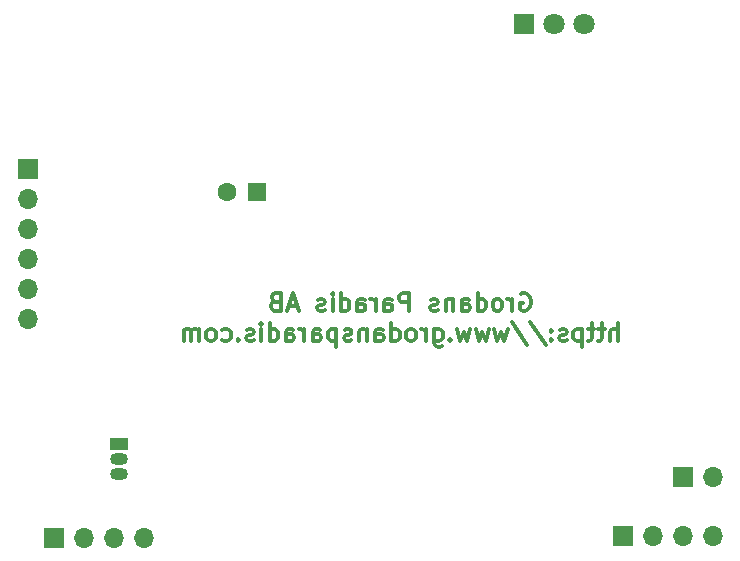
<source format=gbr>
%TF.GenerationSoftware,KiCad,Pcbnew,5.1.9+dfsg1-1*%
%TF.CreationDate,2021-05-25T15:38:03+02:00*%
%TF.ProjectId,vscp-din-wireless-esp8266,76736370-2d64-4696-9e2d-776972656c65,rev?*%
%TF.SameCoordinates,Original*%
%TF.FileFunction,Soldermask,Bot*%
%TF.FilePolarity,Negative*%
%FSLAX46Y46*%
G04 Gerber Fmt 4.6, Leading zero omitted, Abs format (unit mm)*
G04 Created by KiCad (PCBNEW 5.1.9+dfsg1-1) date 2021-05-25 15:38:03*
%MOMM*%
%LPD*%
G01*
G04 APERTURE LIST*
%ADD10C,0.300000*%
%ADD11R,1.500000X1.050000*%
%ADD12O,1.500000X1.050000*%
%ADD13O,1.700000X1.700000*%
%ADD14R,1.700000X1.700000*%
%ADD15C,1.800000*%
%ADD16R,1.800000X1.800000*%
%ADD17C,1.600000*%
%ADD18R,1.600000X1.600000*%
G04 APERTURE END LIST*
D10*
X159748857Y-76969000D02*
X159891714Y-76897571D01*
X160106000Y-76897571D01*
X160320285Y-76969000D01*
X160463142Y-77111857D01*
X160534571Y-77254714D01*
X160606000Y-77540428D01*
X160606000Y-77754714D01*
X160534571Y-78040428D01*
X160463142Y-78183285D01*
X160320285Y-78326142D01*
X160106000Y-78397571D01*
X159963142Y-78397571D01*
X159748857Y-78326142D01*
X159677428Y-78254714D01*
X159677428Y-77754714D01*
X159963142Y-77754714D01*
X159034571Y-78397571D02*
X159034571Y-77397571D01*
X159034571Y-77683285D02*
X158963142Y-77540428D01*
X158891714Y-77469000D01*
X158748857Y-77397571D01*
X158606000Y-77397571D01*
X157891714Y-78397571D02*
X158034571Y-78326142D01*
X158106000Y-78254714D01*
X158177428Y-78111857D01*
X158177428Y-77683285D01*
X158106000Y-77540428D01*
X158034571Y-77469000D01*
X157891714Y-77397571D01*
X157677428Y-77397571D01*
X157534571Y-77469000D01*
X157463142Y-77540428D01*
X157391714Y-77683285D01*
X157391714Y-78111857D01*
X157463142Y-78254714D01*
X157534571Y-78326142D01*
X157677428Y-78397571D01*
X157891714Y-78397571D01*
X156106000Y-78397571D02*
X156106000Y-76897571D01*
X156106000Y-78326142D02*
X156248857Y-78397571D01*
X156534571Y-78397571D01*
X156677428Y-78326142D01*
X156748857Y-78254714D01*
X156820285Y-78111857D01*
X156820285Y-77683285D01*
X156748857Y-77540428D01*
X156677428Y-77469000D01*
X156534571Y-77397571D01*
X156248857Y-77397571D01*
X156106000Y-77469000D01*
X154748857Y-78397571D02*
X154748857Y-77611857D01*
X154820285Y-77469000D01*
X154963142Y-77397571D01*
X155248857Y-77397571D01*
X155391714Y-77469000D01*
X154748857Y-78326142D02*
X154891714Y-78397571D01*
X155248857Y-78397571D01*
X155391714Y-78326142D01*
X155463142Y-78183285D01*
X155463142Y-78040428D01*
X155391714Y-77897571D01*
X155248857Y-77826142D01*
X154891714Y-77826142D01*
X154748857Y-77754714D01*
X154034571Y-77397571D02*
X154034571Y-78397571D01*
X154034571Y-77540428D02*
X153963142Y-77469000D01*
X153820285Y-77397571D01*
X153606000Y-77397571D01*
X153463142Y-77469000D01*
X153391714Y-77611857D01*
X153391714Y-78397571D01*
X152748857Y-78326142D02*
X152606000Y-78397571D01*
X152320285Y-78397571D01*
X152177428Y-78326142D01*
X152106000Y-78183285D01*
X152106000Y-78111857D01*
X152177428Y-77969000D01*
X152320285Y-77897571D01*
X152534571Y-77897571D01*
X152677428Y-77826142D01*
X152748857Y-77683285D01*
X152748857Y-77611857D01*
X152677428Y-77469000D01*
X152534571Y-77397571D01*
X152320285Y-77397571D01*
X152177428Y-77469000D01*
X150320285Y-78397571D02*
X150320285Y-76897571D01*
X149748857Y-76897571D01*
X149606000Y-76969000D01*
X149534571Y-77040428D01*
X149463142Y-77183285D01*
X149463142Y-77397571D01*
X149534571Y-77540428D01*
X149606000Y-77611857D01*
X149748857Y-77683285D01*
X150320285Y-77683285D01*
X148177428Y-78397571D02*
X148177428Y-77611857D01*
X148248857Y-77469000D01*
X148391714Y-77397571D01*
X148677428Y-77397571D01*
X148820285Y-77469000D01*
X148177428Y-78326142D02*
X148320285Y-78397571D01*
X148677428Y-78397571D01*
X148820285Y-78326142D01*
X148891714Y-78183285D01*
X148891714Y-78040428D01*
X148820285Y-77897571D01*
X148677428Y-77826142D01*
X148320285Y-77826142D01*
X148177428Y-77754714D01*
X147463142Y-78397571D02*
X147463142Y-77397571D01*
X147463142Y-77683285D02*
X147391714Y-77540428D01*
X147320285Y-77469000D01*
X147177428Y-77397571D01*
X147034571Y-77397571D01*
X145891714Y-78397571D02*
X145891714Y-77611857D01*
X145963142Y-77469000D01*
X146106000Y-77397571D01*
X146391714Y-77397571D01*
X146534571Y-77469000D01*
X145891714Y-78326142D02*
X146034571Y-78397571D01*
X146391714Y-78397571D01*
X146534571Y-78326142D01*
X146606000Y-78183285D01*
X146606000Y-78040428D01*
X146534571Y-77897571D01*
X146391714Y-77826142D01*
X146034571Y-77826142D01*
X145891714Y-77754714D01*
X144534571Y-78397571D02*
X144534571Y-76897571D01*
X144534571Y-78326142D02*
X144677428Y-78397571D01*
X144963142Y-78397571D01*
X145106000Y-78326142D01*
X145177428Y-78254714D01*
X145248857Y-78111857D01*
X145248857Y-77683285D01*
X145177428Y-77540428D01*
X145106000Y-77469000D01*
X144963142Y-77397571D01*
X144677428Y-77397571D01*
X144534571Y-77469000D01*
X143820285Y-78397571D02*
X143820285Y-77397571D01*
X143820285Y-76897571D02*
X143891714Y-76969000D01*
X143820285Y-77040428D01*
X143748857Y-76969000D01*
X143820285Y-76897571D01*
X143820285Y-77040428D01*
X143177428Y-78326142D02*
X143034571Y-78397571D01*
X142748857Y-78397571D01*
X142605999Y-78326142D01*
X142534571Y-78183285D01*
X142534571Y-78111857D01*
X142605999Y-77969000D01*
X142748857Y-77897571D01*
X142963142Y-77897571D01*
X143105999Y-77826142D01*
X143177428Y-77683285D01*
X143177428Y-77611857D01*
X143105999Y-77469000D01*
X142963142Y-77397571D01*
X142748857Y-77397571D01*
X142605999Y-77469000D01*
X140820285Y-77969000D02*
X140105999Y-77969000D01*
X140963142Y-78397571D02*
X140463142Y-76897571D01*
X139963142Y-78397571D01*
X138963142Y-77611857D02*
X138748857Y-77683285D01*
X138677428Y-77754714D01*
X138605999Y-77897571D01*
X138605999Y-78111857D01*
X138677428Y-78254714D01*
X138748857Y-78326142D01*
X138891714Y-78397571D01*
X139463142Y-78397571D01*
X139463142Y-76897571D01*
X138963142Y-76897571D01*
X138820285Y-76969000D01*
X138748857Y-77040428D01*
X138677428Y-77183285D01*
X138677428Y-77326142D01*
X138748857Y-77469000D01*
X138820285Y-77540428D01*
X138963142Y-77611857D01*
X139463142Y-77611857D01*
X167998857Y-80947571D02*
X167998857Y-79447571D01*
X167356000Y-80947571D02*
X167356000Y-80161857D01*
X167427428Y-80019000D01*
X167570285Y-79947571D01*
X167784571Y-79947571D01*
X167927428Y-80019000D01*
X167998857Y-80090428D01*
X166856000Y-79947571D02*
X166284571Y-79947571D01*
X166641714Y-79447571D02*
X166641714Y-80733285D01*
X166570285Y-80876142D01*
X166427428Y-80947571D01*
X166284571Y-80947571D01*
X165998857Y-79947571D02*
X165427428Y-79947571D01*
X165784571Y-79447571D02*
X165784571Y-80733285D01*
X165713142Y-80876142D01*
X165570285Y-80947571D01*
X165427428Y-80947571D01*
X164927428Y-79947571D02*
X164927428Y-81447571D01*
X164927428Y-80019000D02*
X164784571Y-79947571D01*
X164498857Y-79947571D01*
X164356000Y-80019000D01*
X164284571Y-80090428D01*
X164213142Y-80233285D01*
X164213142Y-80661857D01*
X164284571Y-80804714D01*
X164356000Y-80876142D01*
X164498857Y-80947571D01*
X164784571Y-80947571D01*
X164927428Y-80876142D01*
X163641714Y-80876142D02*
X163498857Y-80947571D01*
X163213142Y-80947571D01*
X163070285Y-80876142D01*
X162998857Y-80733285D01*
X162998857Y-80661857D01*
X163070285Y-80519000D01*
X163213142Y-80447571D01*
X163427428Y-80447571D01*
X163570285Y-80376142D01*
X163641714Y-80233285D01*
X163641714Y-80161857D01*
X163570285Y-80019000D01*
X163427428Y-79947571D01*
X163213142Y-79947571D01*
X163070285Y-80019000D01*
X162356000Y-80804714D02*
X162284571Y-80876142D01*
X162356000Y-80947571D01*
X162427428Y-80876142D01*
X162356000Y-80804714D01*
X162356000Y-80947571D01*
X162356000Y-80019000D02*
X162284571Y-80090428D01*
X162356000Y-80161857D01*
X162427428Y-80090428D01*
X162356000Y-80019000D01*
X162356000Y-80161857D01*
X160570285Y-79376142D02*
X161856000Y-81304714D01*
X158998857Y-79376142D02*
X160284571Y-81304714D01*
X158641714Y-79947571D02*
X158356000Y-80947571D01*
X158070285Y-80233285D01*
X157784571Y-80947571D01*
X157498857Y-79947571D01*
X157070285Y-79947571D02*
X156784571Y-80947571D01*
X156498857Y-80233285D01*
X156213142Y-80947571D01*
X155927428Y-79947571D01*
X155498857Y-79947571D02*
X155213142Y-80947571D01*
X154927428Y-80233285D01*
X154641714Y-80947571D01*
X154356000Y-79947571D01*
X153784571Y-80804714D02*
X153713142Y-80876142D01*
X153784571Y-80947571D01*
X153856000Y-80876142D01*
X153784571Y-80804714D01*
X153784571Y-80947571D01*
X152427428Y-79947571D02*
X152427428Y-81161857D01*
X152498857Y-81304714D01*
X152570285Y-81376142D01*
X152713142Y-81447571D01*
X152927428Y-81447571D01*
X153070285Y-81376142D01*
X152427428Y-80876142D02*
X152570285Y-80947571D01*
X152856000Y-80947571D01*
X152998857Y-80876142D01*
X153070285Y-80804714D01*
X153141714Y-80661857D01*
X153141714Y-80233285D01*
X153070285Y-80090428D01*
X152998857Y-80019000D01*
X152856000Y-79947571D01*
X152570285Y-79947571D01*
X152427428Y-80019000D01*
X151713142Y-80947571D02*
X151713142Y-79947571D01*
X151713142Y-80233285D02*
X151641714Y-80090428D01*
X151570285Y-80019000D01*
X151427428Y-79947571D01*
X151284571Y-79947571D01*
X150570285Y-80947571D02*
X150713142Y-80876142D01*
X150784571Y-80804714D01*
X150856000Y-80661857D01*
X150856000Y-80233285D01*
X150784571Y-80090428D01*
X150713142Y-80019000D01*
X150570285Y-79947571D01*
X150356000Y-79947571D01*
X150213142Y-80019000D01*
X150141714Y-80090428D01*
X150070285Y-80233285D01*
X150070285Y-80661857D01*
X150141714Y-80804714D01*
X150213142Y-80876142D01*
X150356000Y-80947571D01*
X150570285Y-80947571D01*
X148784571Y-80947571D02*
X148784571Y-79447571D01*
X148784571Y-80876142D02*
X148927428Y-80947571D01*
X149213142Y-80947571D01*
X149356000Y-80876142D01*
X149427428Y-80804714D01*
X149498857Y-80661857D01*
X149498857Y-80233285D01*
X149427428Y-80090428D01*
X149356000Y-80019000D01*
X149213142Y-79947571D01*
X148927428Y-79947571D01*
X148784571Y-80019000D01*
X147427428Y-80947571D02*
X147427428Y-80161857D01*
X147498857Y-80019000D01*
X147641714Y-79947571D01*
X147927428Y-79947571D01*
X148070285Y-80019000D01*
X147427428Y-80876142D02*
X147570285Y-80947571D01*
X147927428Y-80947571D01*
X148070285Y-80876142D01*
X148141714Y-80733285D01*
X148141714Y-80590428D01*
X148070285Y-80447571D01*
X147927428Y-80376142D01*
X147570285Y-80376142D01*
X147427428Y-80304714D01*
X146713142Y-79947571D02*
X146713142Y-80947571D01*
X146713142Y-80090428D02*
X146641714Y-80019000D01*
X146498857Y-79947571D01*
X146284571Y-79947571D01*
X146141714Y-80019000D01*
X146070285Y-80161857D01*
X146070285Y-80947571D01*
X145427428Y-80876142D02*
X145284571Y-80947571D01*
X144998857Y-80947571D01*
X144856000Y-80876142D01*
X144784571Y-80733285D01*
X144784571Y-80661857D01*
X144856000Y-80519000D01*
X144998857Y-80447571D01*
X145213142Y-80447571D01*
X145356000Y-80376142D01*
X145427428Y-80233285D01*
X145427428Y-80161857D01*
X145356000Y-80019000D01*
X145213142Y-79947571D01*
X144998857Y-79947571D01*
X144856000Y-80019000D01*
X144141714Y-79947571D02*
X144141714Y-81447571D01*
X144141714Y-80019000D02*
X143998857Y-79947571D01*
X143713142Y-79947571D01*
X143570285Y-80019000D01*
X143498857Y-80090428D01*
X143427428Y-80233285D01*
X143427428Y-80661857D01*
X143498857Y-80804714D01*
X143570285Y-80876142D01*
X143713142Y-80947571D01*
X143998857Y-80947571D01*
X144141714Y-80876142D01*
X142141714Y-80947571D02*
X142141714Y-80161857D01*
X142213142Y-80019000D01*
X142356000Y-79947571D01*
X142641714Y-79947571D01*
X142784571Y-80019000D01*
X142141714Y-80876142D02*
X142284571Y-80947571D01*
X142641714Y-80947571D01*
X142784571Y-80876142D01*
X142856000Y-80733285D01*
X142856000Y-80590428D01*
X142784571Y-80447571D01*
X142641714Y-80376142D01*
X142284571Y-80376142D01*
X142141714Y-80304714D01*
X141427428Y-80947571D02*
X141427428Y-79947571D01*
X141427428Y-80233285D02*
X141356000Y-80090428D01*
X141284571Y-80019000D01*
X141141714Y-79947571D01*
X140998857Y-79947571D01*
X139856000Y-80947571D02*
X139856000Y-80161857D01*
X139927428Y-80019000D01*
X140070285Y-79947571D01*
X140356000Y-79947571D01*
X140498857Y-80019000D01*
X139856000Y-80876142D02*
X139998857Y-80947571D01*
X140356000Y-80947571D01*
X140498857Y-80876142D01*
X140570285Y-80733285D01*
X140570285Y-80590428D01*
X140498857Y-80447571D01*
X140356000Y-80376142D01*
X139998857Y-80376142D01*
X139856000Y-80304714D01*
X138498857Y-80947571D02*
X138498857Y-79447571D01*
X138498857Y-80876142D02*
X138641714Y-80947571D01*
X138927428Y-80947571D01*
X139070285Y-80876142D01*
X139141714Y-80804714D01*
X139213142Y-80661857D01*
X139213142Y-80233285D01*
X139141714Y-80090428D01*
X139070285Y-80019000D01*
X138927428Y-79947571D01*
X138641714Y-79947571D01*
X138498857Y-80019000D01*
X137784571Y-80947571D02*
X137784571Y-79947571D01*
X137784571Y-79447571D02*
X137856000Y-79519000D01*
X137784571Y-79590428D01*
X137713142Y-79519000D01*
X137784571Y-79447571D01*
X137784571Y-79590428D01*
X137141714Y-80876142D02*
X136998857Y-80947571D01*
X136713142Y-80947571D01*
X136570285Y-80876142D01*
X136498857Y-80733285D01*
X136498857Y-80661857D01*
X136570285Y-80519000D01*
X136713142Y-80447571D01*
X136927428Y-80447571D01*
X137070285Y-80376142D01*
X137141714Y-80233285D01*
X137141714Y-80161857D01*
X137070285Y-80019000D01*
X136927428Y-79947571D01*
X136713142Y-79947571D01*
X136570285Y-80019000D01*
X135856000Y-80804714D02*
X135784571Y-80876142D01*
X135856000Y-80947571D01*
X135927428Y-80876142D01*
X135856000Y-80804714D01*
X135856000Y-80947571D01*
X134498857Y-80876142D02*
X134641714Y-80947571D01*
X134927428Y-80947571D01*
X135070285Y-80876142D01*
X135141714Y-80804714D01*
X135213142Y-80661857D01*
X135213142Y-80233285D01*
X135141714Y-80090428D01*
X135070285Y-80019000D01*
X134927428Y-79947571D01*
X134641714Y-79947571D01*
X134498857Y-80019000D01*
X133641714Y-80947571D02*
X133784571Y-80876142D01*
X133856000Y-80804714D01*
X133927428Y-80661857D01*
X133927428Y-80233285D01*
X133856000Y-80090428D01*
X133784571Y-80019000D01*
X133641714Y-79947571D01*
X133427428Y-79947571D01*
X133284571Y-80019000D01*
X133213142Y-80090428D01*
X133141714Y-80233285D01*
X133141714Y-80661857D01*
X133213142Y-80804714D01*
X133284571Y-80876142D01*
X133427428Y-80947571D01*
X133641714Y-80947571D01*
X132498857Y-80947571D02*
X132498857Y-79947571D01*
X132498857Y-80090428D02*
X132427428Y-80019000D01*
X132284571Y-79947571D01*
X132070285Y-79947571D01*
X131927428Y-80019000D01*
X131856000Y-80161857D01*
X131856000Y-80947571D01*
X131856000Y-80161857D02*
X131784571Y-80019000D01*
X131641714Y-79947571D01*
X131427428Y-79947571D01*
X131284571Y-80019000D01*
X131213142Y-80161857D01*
X131213142Y-80947571D01*
D11*
%TO.C,Q1*%
X125730000Y-89662000D03*
D12*
X125730000Y-92202000D03*
X125730000Y-90932000D03*
%TD*%
D13*
%TO.C,J4*%
X176022000Y-92456000D03*
D14*
X173482000Y-92456000D03*
%TD*%
D15*
%TO.C,D1*%
X165100000Y-54102000D03*
X162560000Y-54102000D03*
D16*
X160020000Y-54102000D03*
%TD*%
D17*
%TO.C,C2*%
X134914000Y-68326000D03*
D18*
X137414000Y-68326000D03*
%TD*%
D14*
%TO.C,J1*%
X120200000Y-97600000D03*
D13*
X122740000Y-97600000D03*
X125280000Y-97600000D03*
X127820000Y-97600000D03*
%TD*%
D14*
%TO.C,J2*%
X168380000Y-97500000D03*
D13*
X170920000Y-97500000D03*
X173460000Y-97500000D03*
X176000000Y-97500000D03*
%TD*%
D14*
%TO.C,J3*%
X118010600Y-66395000D03*
D13*
X118010600Y-68935000D03*
X118010600Y-71475000D03*
X118010600Y-74015000D03*
X118010600Y-76555000D03*
X118010600Y-79095000D03*
%TD*%
M02*

</source>
